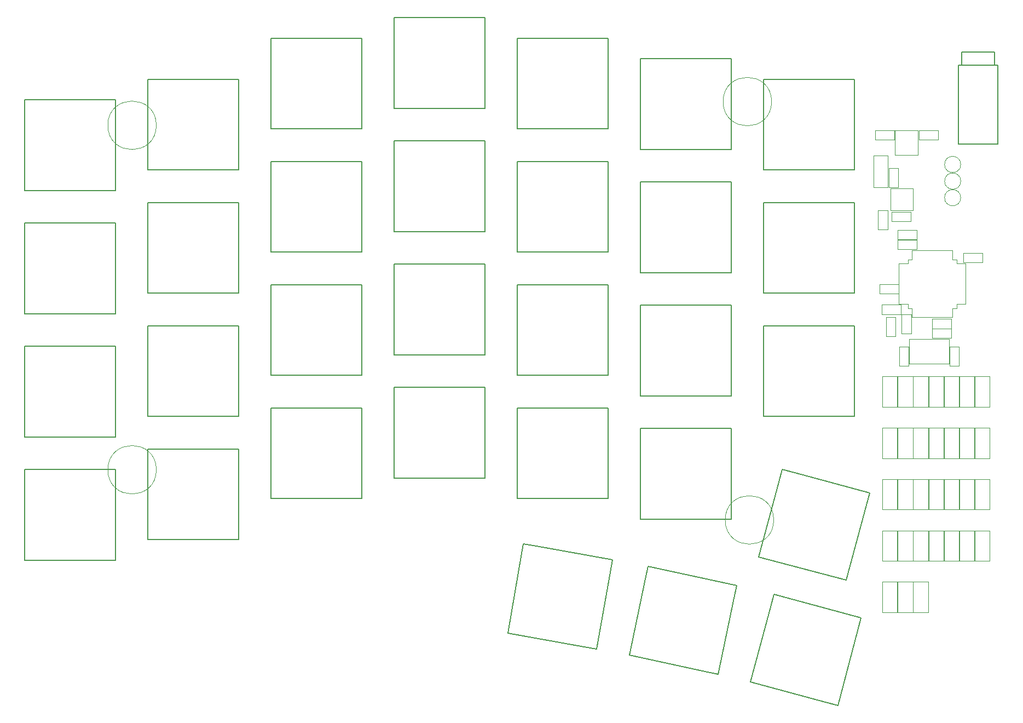
<source format=gbr>
G04 #@! TF.GenerationSoftware,KiCad,Pcbnew,(5.1.4)-1*
G04 #@! TF.CreationDate,2020-11-30T22:03:12+01:00*
G04 #@! TF.ProjectId,stm32split,73746d33-3273-4706-9c69-742e6b696361,rev?*
G04 #@! TF.SameCoordinates,Original*
G04 #@! TF.FileFunction,Other,User*
%FSLAX46Y46*%
G04 Gerber Fmt 4.6, Leading zero omitted, Abs format (unit mm)*
G04 Created by KiCad (PCBNEW (5.1.4)-1) date 2020-11-30 22:03:12*
%MOMM*%
%LPD*%
G04 APERTURE LIST*
%ADD10C,0.050000*%
%ADD11C,0.150000*%
G04 APERTURE END LIST*
D10*
X170750002Y-150000002D02*
G75*
G03X170750002Y-150000002I-3750000J0D01*
G01*
X75252024Y-142247519D02*
G75*
G03X75252024Y-142247519I-3750000J0D01*
G01*
X75250001Y-89000001D02*
G75*
G03X75250001Y-89000001I-3750000J0D01*
G01*
X170423089Y-85332471D02*
G75*
G03X170423089Y-85332471I-3750000J0D01*
G01*
X194635000Y-159575000D02*
X192335000Y-159575000D01*
X192335000Y-164275000D02*
X192335000Y-159575000D01*
X194635000Y-164275000D02*
X192335000Y-164275000D01*
X194635000Y-159575000D02*
X194635000Y-164275000D01*
X192253750Y-159575000D02*
X189953750Y-159575000D01*
X189953750Y-164275000D02*
X189953750Y-159575000D01*
X192253750Y-164275000D02*
X189953750Y-164275000D01*
X192253750Y-159575000D02*
X192253750Y-164275000D01*
X189872500Y-159575000D02*
X187572500Y-159575000D01*
X187572500Y-164275000D02*
X187572500Y-159575000D01*
X189872500Y-164275000D02*
X187572500Y-164275000D01*
X189872500Y-159575000D02*
X189872500Y-164275000D01*
X204160000Y-151637500D02*
X201860000Y-151637500D01*
X201860000Y-156337500D02*
X201860000Y-151637500D01*
X204160000Y-156337500D02*
X201860000Y-156337500D01*
X204160000Y-151637500D02*
X204160000Y-156337500D01*
X201778750Y-151637500D02*
X199478750Y-151637500D01*
X199478750Y-156337500D02*
X199478750Y-151637500D01*
X201778750Y-156337500D02*
X199478750Y-156337500D01*
X201778750Y-151637500D02*
X201778750Y-156337500D01*
X199397500Y-151637500D02*
X197097500Y-151637500D01*
X197097500Y-156337500D02*
X197097500Y-151637500D01*
X199397500Y-156337500D02*
X197097500Y-156337500D01*
X199397500Y-151637500D02*
X199397500Y-156337500D01*
X197016250Y-151637500D02*
X194716250Y-151637500D01*
X194716250Y-156337500D02*
X194716250Y-151637500D01*
X197016250Y-156337500D02*
X194716250Y-156337500D01*
X197016250Y-151637500D02*
X197016250Y-156337500D01*
X194635000Y-151637500D02*
X192335000Y-151637500D01*
X192335000Y-156337500D02*
X192335000Y-151637500D01*
X194635000Y-156337500D02*
X192335000Y-156337500D01*
X194635000Y-151637500D02*
X194635000Y-156337500D01*
X192253750Y-151637500D02*
X189953750Y-151637500D01*
X189953750Y-156337500D02*
X189953750Y-151637500D01*
X192253750Y-156337500D02*
X189953750Y-156337500D01*
X192253750Y-151637500D02*
X192253750Y-156337500D01*
X189872500Y-151637500D02*
X187572500Y-151637500D01*
X187572500Y-156337500D02*
X187572500Y-151637500D01*
X189872500Y-156337500D02*
X187572500Y-156337500D01*
X189872500Y-151637500D02*
X189872500Y-156337500D01*
X204160000Y-143700000D02*
X201860000Y-143700000D01*
X201860000Y-148400000D02*
X201860000Y-143700000D01*
X204160000Y-148400000D02*
X201860000Y-148400000D01*
X204160000Y-143700000D02*
X204160000Y-148400000D01*
X201778750Y-143700000D02*
X199478750Y-143700000D01*
X199478750Y-148400000D02*
X199478750Y-143700000D01*
X201778750Y-148400000D02*
X199478750Y-148400000D01*
X201778750Y-143700000D02*
X201778750Y-148400000D01*
X199397500Y-143700000D02*
X197097500Y-143700000D01*
X197097500Y-148400000D02*
X197097500Y-143700000D01*
X199397500Y-148400000D02*
X197097500Y-148400000D01*
X199397500Y-143700000D02*
X199397500Y-148400000D01*
X197016250Y-143700000D02*
X194716250Y-143700000D01*
X194716250Y-148400000D02*
X194716250Y-143700000D01*
X197016250Y-148400000D02*
X194716250Y-148400000D01*
X197016250Y-143700000D02*
X197016250Y-148400000D01*
X194635000Y-143700000D02*
X192335000Y-143700000D01*
X192335000Y-148400000D02*
X192335000Y-143700000D01*
X194635000Y-148400000D02*
X192335000Y-148400000D01*
X194635000Y-143700000D02*
X194635000Y-148400000D01*
X192253750Y-143700000D02*
X189953750Y-143700000D01*
X189953750Y-148400000D02*
X189953750Y-143700000D01*
X192253750Y-148400000D02*
X189953750Y-148400000D01*
X192253750Y-143700000D02*
X192253750Y-148400000D01*
X189872500Y-143700000D02*
X187572500Y-143700000D01*
X187572500Y-148400000D02*
X187572500Y-143700000D01*
X189872500Y-148400000D02*
X187572500Y-148400000D01*
X189872500Y-143700000D02*
X189872500Y-148400000D01*
X204160000Y-135762500D02*
X201860000Y-135762500D01*
X201860000Y-140462500D02*
X201860000Y-135762500D01*
X204160000Y-140462500D02*
X201860000Y-140462500D01*
X204160000Y-135762500D02*
X204160000Y-140462500D01*
X201778750Y-135762500D02*
X199478750Y-135762500D01*
X199478750Y-140462500D02*
X199478750Y-135762500D01*
X201778750Y-140462500D02*
X199478750Y-140462500D01*
X201778750Y-135762500D02*
X201778750Y-140462500D01*
X199397500Y-135762500D02*
X197097500Y-135762500D01*
X197097500Y-140462500D02*
X197097500Y-135762500D01*
X199397500Y-140462500D02*
X197097500Y-140462500D01*
X199397500Y-135762500D02*
X199397500Y-140462500D01*
X197016250Y-135762500D02*
X194716250Y-135762500D01*
X194716250Y-140462500D02*
X194716250Y-135762500D01*
X197016250Y-140462500D02*
X194716250Y-140462500D01*
X197016250Y-135762500D02*
X197016250Y-140462500D01*
X194635000Y-135762500D02*
X192335000Y-135762500D01*
X192335000Y-140462500D02*
X192335000Y-135762500D01*
X194635000Y-140462500D02*
X192335000Y-140462500D01*
X194635000Y-135762500D02*
X194635000Y-140462500D01*
X192253750Y-135762500D02*
X189953750Y-135762500D01*
X189953750Y-140462500D02*
X189953750Y-135762500D01*
X192253750Y-140462500D02*
X189953750Y-140462500D01*
X192253750Y-135762500D02*
X192253750Y-140462500D01*
X189872500Y-135762500D02*
X187572500Y-135762500D01*
X187572500Y-140462500D02*
X187572500Y-135762500D01*
X189872500Y-140462500D02*
X187572500Y-140462500D01*
X189872500Y-135762500D02*
X189872500Y-140462500D01*
X204160000Y-127825000D02*
X201860000Y-127825000D01*
X201860000Y-132525000D02*
X201860000Y-127825000D01*
X204160000Y-132525000D02*
X201860000Y-132525000D01*
X204160000Y-127825000D02*
X204160000Y-132525000D01*
X201778750Y-127825000D02*
X199478750Y-127825000D01*
X199478750Y-132525000D02*
X199478750Y-127825000D01*
X201778750Y-132525000D02*
X199478750Y-132525000D01*
X201778750Y-127825000D02*
X201778750Y-132525000D01*
X199397500Y-127825000D02*
X197097500Y-127825000D01*
X197097500Y-132525000D02*
X197097500Y-127825000D01*
X199397500Y-132525000D02*
X197097500Y-132525000D01*
X199397500Y-127825000D02*
X199397500Y-132525000D01*
X197016250Y-127825000D02*
X194716250Y-127825000D01*
X194716250Y-132525000D02*
X194716250Y-127825000D01*
X197016250Y-132525000D02*
X194716250Y-132525000D01*
X197016250Y-127825000D02*
X197016250Y-132525000D01*
X194635000Y-127825000D02*
X192335000Y-127825000D01*
X192335000Y-132525000D02*
X192335000Y-127825000D01*
X194635000Y-132525000D02*
X192335000Y-132525000D01*
X194635000Y-127825000D02*
X194635000Y-132525000D01*
X192253750Y-127825000D02*
X189953750Y-127825000D01*
X189953750Y-132525000D02*
X189953750Y-127825000D01*
X192253750Y-132525000D02*
X189953750Y-132525000D01*
X192253750Y-127825000D02*
X192253750Y-132525000D01*
X189872500Y-127825000D02*
X187572500Y-127825000D01*
X187572500Y-132525000D02*
X187572500Y-127825000D01*
X189872500Y-132525000D02*
X187572500Y-132525000D01*
X189872500Y-127825000D02*
X189872500Y-132525000D01*
X192862500Y-106670000D02*
X189902500Y-106670000D01*
X192862500Y-105210000D02*
X192862500Y-106670000D01*
X189902500Y-105210000D02*
X192862500Y-105210000D01*
X189902500Y-106670000D02*
X189902500Y-105210000D01*
X189402500Y-91240000D02*
X186442500Y-91240000D01*
X189402500Y-89780000D02*
X189402500Y-91240000D01*
X186442500Y-89780000D02*
X189402500Y-89780000D01*
X186442500Y-91240000D02*
X186442500Y-89780000D01*
X193200000Y-89780000D02*
X196160000Y-89780000D01*
X193200000Y-91240000D02*
X193200000Y-89780000D01*
X196160000Y-91240000D02*
X193200000Y-91240000D01*
X196160000Y-89780000D02*
X196160000Y-91240000D01*
X187092500Y-113530000D02*
X190052500Y-113530000D01*
X187092500Y-114990000D02*
X187092500Y-113530000D01*
X190052500Y-114990000D02*
X187092500Y-114990000D01*
X190052500Y-113530000D02*
X190052500Y-114990000D01*
X199680000Y-100190000D02*
G75*
G03X199680000Y-100190000I-1250000J0D01*
G01*
X199687500Y-97631250D02*
G75*
G03X199687500Y-97631250I-1250000J0D01*
G01*
X199680000Y-95050000D02*
G75*
G03X199680000Y-95050000I-1250000J0D01*
G01*
D11*
X199866250Y-77648000D02*
X199866250Y-79680000D01*
X204946250Y-77648000D02*
X199866250Y-77648000D01*
X204946250Y-79680000D02*
X204946250Y-77648000D01*
X199358250Y-79680000D02*
X205454250Y-79680000D01*
X199358250Y-91872000D02*
X199358250Y-79680000D01*
X205454250Y-91872000D02*
X199358250Y-91872000D01*
X205454250Y-79680000D02*
X205454250Y-91872000D01*
D10*
X191700000Y-125820000D02*
X197900000Y-125820000D01*
X191700000Y-122020000D02*
X191700000Y-125820000D01*
X197900000Y-122020000D02*
X191700000Y-122020000D01*
X197900000Y-125820000D02*
X197900000Y-122020000D01*
X186910000Y-105117500D02*
X186910000Y-102157500D01*
X188370000Y-105117500D02*
X186910000Y-105117500D01*
X188370000Y-102157500D02*
X188370000Y-105117500D01*
X186910000Y-102157500D02*
X188370000Y-102157500D01*
X198207500Y-121910000D02*
X195247500Y-121910000D01*
X198207500Y-120450000D02*
X198207500Y-121910000D01*
X195247500Y-120450000D02*
X198207500Y-120450000D01*
X195247500Y-121910000D02*
X195247500Y-120450000D01*
X198207500Y-120400000D02*
X195247500Y-120400000D01*
X198207500Y-118940000D02*
X198207500Y-120400000D01*
X195247500Y-118940000D02*
X198207500Y-118940000D01*
X195247500Y-120400000D02*
X195247500Y-118940000D01*
X190462500Y-118200000D02*
X187502500Y-118200000D01*
X190462500Y-116740000D02*
X190462500Y-118200000D01*
X187502500Y-116740000D02*
X190462500Y-116740000D01*
X187502500Y-118200000D02*
X187502500Y-116740000D01*
X189900000Y-106730000D02*
X192860000Y-106730000D01*
X189900000Y-108190000D02*
X189900000Y-106730000D01*
X192860000Y-108190000D02*
X189900000Y-108190000D01*
X192860000Y-106730000D02*
X192860000Y-108190000D01*
X200107500Y-108740000D02*
X203067500Y-108740000D01*
X200107500Y-110200000D02*
X200107500Y-108740000D01*
X203067500Y-110200000D02*
X200107500Y-110200000D01*
X203067500Y-108740000D02*
X203067500Y-110200000D01*
X192000000Y-118237500D02*
X192000000Y-121197500D01*
X190540000Y-118237500D02*
X192000000Y-118237500D01*
X190540000Y-121197500D02*
X190540000Y-118237500D01*
X192000000Y-121197500D02*
X190540000Y-121197500D01*
X188400000Y-93687500D02*
X188400000Y-98587500D01*
X186160000Y-93687500D02*
X188400000Y-93687500D01*
X186160000Y-98587500D02*
X186160000Y-93687500D01*
X188400000Y-98587500D02*
X186160000Y-98587500D01*
X189012500Y-102410000D02*
X191972500Y-102410000D01*
X189012500Y-103870000D02*
X189012500Y-102410000D01*
X191972500Y-103870000D02*
X189012500Y-103870000D01*
X191972500Y-102410000D02*
X191972500Y-103870000D01*
X190010000Y-95637500D02*
X190010000Y-98597500D01*
X188550000Y-95637500D02*
X190010000Y-95637500D01*
X188550000Y-98597500D02*
X188550000Y-95637500D01*
X190010000Y-98597500D02*
X188550000Y-98597500D01*
X197980000Y-126187500D02*
X197980000Y-123227500D01*
X199440000Y-126187500D02*
X197980000Y-126187500D01*
X199440000Y-123227500D02*
X199440000Y-126187500D01*
X197980000Y-123227500D02*
X199440000Y-123227500D01*
X190150000Y-126187500D02*
X190150000Y-123227500D01*
X191610000Y-126187500D02*
X190150000Y-126187500D01*
X191610000Y-123227500D02*
X191610000Y-126187500D01*
X190150000Y-123227500D02*
X191610000Y-123227500D01*
X189600000Y-118642500D02*
X189600000Y-121602500D01*
X188140000Y-118642500D02*
X189600000Y-118642500D01*
X188140000Y-121602500D02*
X188140000Y-118642500D01*
X189600000Y-121602500D02*
X188140000Y-121602500D01*
D11*
X172692104Y-162024424D02*
X184283214Y-165130253D01*
X184283214Y-165130253D02*
X183765576Y-167062104D01*
X178727896Y-178135576D02*
X180659747Y-178653214D01*
X180659747Y-178653214D02*
X183765576Y-167062104D01*
X170242614Y-163438638D02*
X167136786Y-175029747D01*
X167136786Y-175029747D02*
X178727896Y-178135576D01*
X172692104Y-162024424D02*
X170760253Y-161506786D01*
X170760253Y-161506786D02*
X170242614Y-163438638D01*
X153284644Y-157623408D02*
X165022415Y-160118349D01*
X165022415Y-160118349D02*
X164606592Y-162074644D01*
X160155356Y-173396592D02*
X162111651Y-173812415D01*
X162111651Y-173812415D02*
X164606592Y-162074644D01*
X150912525Y-159163880D02*
X148417585Y-170901651D01*
X148417585Y-170901651D02*
X160155356Y-173396592D01*
X153284644Y-157623408D02*
X151328349Y-157207585D01*
X151328349Y-157207585D02*
X150912525Y-159163880D01*
X134011498Y-154058105D02*
X145829192Y-156141883D01*
X145829192Y-156141883D02*
X145481895Y-158111498D01*
X141428502Y-169581895D02*
X143398117Y-169929192D01*
X143398117Y-169929192D02*
X145481895Y-158111498D01*
X131694587Y-155680424D02*
X129610808Y-167498117D01*
X129610808Y-167498117D02*
X141428502Y-169581895D01*
X134011498Y-154058105D02*
X132041883Y-153710808D01*
X132041883Y-153710808D02*
X131694587Y-155680424D01*
X173992104Y-142694424D02*
X185583214Y-145800253D01*
X185583214Y-145800253D02*
X185065576Y-147732104D01*
X180027896Y-158805576D02*
X181959747Y-159323214D01*
X181959747Y-159323214D02*
X185065576Y-147732104D01*
X171542614Y-144108638D02*
X168436786Y-155699747D01*
X168436786Y-155699747D02*
X180027896Y-158805576D01*
X173992104Y-142694424D02*
X172060253Y-142176786D01*
X172060253Y-142176786D02*
X171542614Y-144108638D01*
X152162500Y-135875000D02*
X164162500Y-135875000D01*
X164162500Y-135875000D02*
X164162500Y-137875000D01*
X162162500Y-149875000D02*
X164162500Y-149875000D01*
X164162500Y-149875000D02*
X164162500Y-137875000D01*
X150162500Y-137875000D02*
X150162500Y-149875000D01*
X150162500Y-149875000D02*
X162162500Y-149875000D01*
X152162500Y-135875000D02*
X150162500Y-135875000D01*
X150162500Y-135875000D02*
X150162500Y-137875000D01*
X133112500Y-132700000D02*
X145112500Y-132700000D01*
X145112500Y-132700000D02*
X145112500Y-134700000D01*
X143112500Y-146700000D02*
X145112500Y-146700000D01*
X145112500Y-146700000D02*
X145112500Y-134700000D01*
X131112500Y-134700000D02*
X131112500Y-146700000D01*
X131112500Y-146700000D02*
X143112500Y-146700000D01*
X133112500Y-132700000D02*
X131112500Y-132700000D01*
X131112500Y-132700000D02*
X131112500Y-134700000D01*
X114062500Y-129525000D02*
X126062500Y-129525000D01*
X126062500Y-129525000D02*
X126062500Y-131525000D01*
X124062500Y-143525000D02*
X126062500Y-143525000D01*
X126062500Y-143525000D02*
X126062500Y-131525000D01*
X112062500Y-131525000D02*
X112062500Y-143525000D01*
X112062500Y-143525000D02*
X124062500Y-143525000D01*
X114062500Y-129525000D02*
X112062500Y-129525000D01*
X112062500Y-129525000D02*
X112062500Y-131525000D01*
X95012500Y-132700000D02*
X107012500Y-132700000D01*
X107012500Y-132700000D02*
X107012500Y-134700000D01*
X105012500Y-146700000D02*
X107012500Y-146700000D01*
X107012500Y-146700000D02*
X107012500Y-134700000D01*
X93012500Y-134700000D02*
X93012500Y-146700000D01*
X93012500Y-146700000D02*
X105012500Y-146700000D01*
X95012500Y-132700000D02*
X93012500Y-132700000D01*
X93012500Y-132700000D02*
X93012500Y-134700000D01*
X75962500Y-139050000D02*
X87962500Y-139050000D01*
X87962500Y-139050000D02*
X87962500Y-141050000D01*
X85962500Y-153050000D02*
X87962500Y-153050000D01*
X87962500Y-153050000D02*
X87962500Y-141050000D01*
X73962500Y-141050000D02*
X73962500Y-153050000D01*
X73962500Y-153050000D02*
X85962500Y-153050000D01*
X75962500Y-139050000D02*
X73962500Y-139050000D01*
X73962500Y-139050000D02*
X73962500Y-141050000D01*
X56912500Y-142225000D02*
X68912500Y-142225000D01*
X68912500Y-142225000D02*
X68912500Y-144225000D01*
X66912500Y-156225000D02*
X68912500Y-156225000D01*
X68912500Y-156225000D02*
X68912500Y-144225000D01*
X54912500Y-144225000D02*
X54912500Y-156225000D01*
X54912500Y-156225000D02*
X66912500Y-156225000D01*
X56912500Y-142225000D02*
X54912500Y-142225000D01*
X54912500Y-142225000D02*
X54912500Y-144225000D01*
X171212500Y-120000000D02*
X183212500Y-120000000D01*
X183212500Y-120000000D02*
X183212500Y-122000000D01*
X181212500Y-134000000D02*
X183212500Y-134000000D01*
X183212500Y-134000000D02*
X183212500Y-122000000D01*
X169212500Y-122000000D02*
X169212500Y-134000000D01*
X169212500Y-134000000D02*
X181212500Y-134000000D01*
X171212500Y-120000000D02*
X169212500Y-120000000D01*
X169212500Y-120000000D02*
X169212500Y-122000000D01*
X152162500Y-116825000D02*
X164162500Y-116825000D01*
X164162500Y-116825000D02*
X164162500Y-118825000D01*
X162162500Y-130825000D02*
X164162500Y-130825000D01*
X164162500Y-130825000D02*
X164162500Y-118825000D01*
X150162500Y-118825000D02*
X150162500Y-130825000D01*
X150162500Y-130825000D02*
X162162500Y-130825000D01*
X152162500Y-116825000D02*
X150162500Y-116825000D01*
X150162500Y-116825000D02*
X150162500Y-118825000D01*
X133112500Y-113650000D02*
X145112500Y-113650000D01*
X145112500Y-113650000D02*
X145112500Y-115650000D01*
X143112500Y-127650000D02*
X145112500Y-127650000D01*
X145112500Y-127650000D02*
X145112500Y-115650000D01*
X131112500Y-115650000D02*
X131112500Y-127650000D01*
X131112500Y-127650000D02*
X143112500Y-127650000D01*
X133112500Y-113650000D02*
X131112500Y-113650000D01*
X131112500Y-113650000D02*
X131112500Y-115650000D01*
X114062500Y-110475000D02*
X126062500Y-110475000D01*
X126062500Y-110475000D02*
X126062500Y-112475000D01*
X124062500Y-124475000D02*
X126062500Y-124475000D01*
X126062500Y-124475000D02*
X126062500Y-112475000D01*
X112062500Y-112475000D02*
X112062500Y-124475000D01*
X112062500Y-124475000D02*
X124062500Y-124475000D01*
X114062500Y-110475000D02*
X112062500Y-110475000D01*
X112062500Y-110475000D02*
X112062500Y-112475000D01*
X95012500Y-113650000D02*
X107012500Y-113650000D01*
X107012500Y-113650000D02*
X107012500Y-115650000D01*
X105012500Y-127650000D02*
X107012500Y-127650000D01*
X107012500Y-127650000D02*
X107012500Y-115650000D01*
X93012500Y-115650000D02*
X93012500Y-127650000D01*
X93012500Y-127650000D02*
X105012500Y-127650000D01*
X95012500Y-113650000D02*
X93012500Y-113650000D01*
X93012500Y-113650000D02*
X93012500Y-115650000D01*
X75962500Y-120000000D02*
X87962500Y-120000000D01*
X87962500Y-120000000D02*
X87962500Y-122000000D01*
X85962500Y-134000000D02*
X87962500Y-134000000D01*
X87962500Y-134000000D02*
X87962500Y-122000000D01*
X73962500Y-122000000D02*
X73962500Y-134000000D01*
X73962500Y-134000000D02*
X85962500Y-134000000D01*
X75962500Y-120000000D02*
X73962500Y-120000000D01*
X73962500Y-120000000D02*
X73962500Y-122000000D01*
X56912500Y-123175000D02*
X68912500Y-123175000D01*
X68912500Y-123175000D02*
X68912500Y-125175000D01*
X66912500Y-137175000D02*
X68912500Y-137175000D01*
X68912500Y-137175000D02*
X68912500Y-125175000D01*
X54912500Y-125175000D02*
X54912500Y-137175000D01*
X54912500Y-137175000D02*
X66912500Y-137175000D01*
X56912500Y-123175000D02*
X54912500Y-123175000D01*
X54912500Y-123175000D02*
X54912500Y-125175000D01*
X171212500Y-100950000D02*
X183212500Y-100950000D01*
X183212500Y-100950000D02*
X183212500Y-102950000D01*
X181212500Y-114950000D02*
X183212500Y-114950000D01*
X183212500Y-114950000D02*
X183212500Y-102950000D01*
X169212500Y-102950000D02*
X169212500Y-114950000D01*
X169212500Y-114950000D02*
X181212500Y-114950000D01*
X171212500Y-100950000D02*
X169212500Y-100950000D01*
X169212500Y-100950000D02*
X169212500Y-102950000D01*
X152162500Y-97775000D02*
X164162500Y-97775000D01*
X164162500Y-97775000D02*
X164162500Y-99775000D01*
X162162500Y-111775000D02*
X164162500Y-111775000D01*
X164162500Y-111775000D02*
X164162500Y-99775000D01*
X150162500Y-99775000D02*
X150162500Y-111775000D01*
X150162500Y-111775000D02*
X162162500Y-111775000D01*
X152162500Y-97775000D02*
X150162500Y-97775000D01*
X150162500Y-97775000D02*
X150162500Y-99775000D01*
X133112500Y-94600000D02*
X145112500Y-94600000D01*
X145112500Y-94600000D02*
X145112500Y-96600000D01*
X143112500Y-108600000D02*
X145112500Y-108600000D01*
X145112500Y-108600000D02*
X145112500Y-96600000D01*
X131112500Y-96600000D02*
X131112500Y-108600000D01*
X131112500Y-108600000D02*
X143112500Y-108600000D01*
X133112500Y-94600000D02*
X131112500Y-94600000D01*
X131112500Y-94600000D02*
X131112500Y-96600000D01*
X114062500Y-91425000D02*
X126062500Y-91425000D01*
X126062500Y-91425000D02*
X126062500Y-93425000D01*
X124062500Y-105425000D02*
X126062500Y-105425000D01*
X126062500Y-105425000D02*
X126062500Y-93425000D01*
X112062500Y-93425000D02*
X112062500Y-105425000D01*
X112062500Y-105425000D02*
X124062500Y-105425000D01*
X114062500Y-91425000D02*
X112062500Y-91425000D01*
X112062500Y-91425000D02*
X112062500Y-93425000D01*
X95012500Y-94600000D02*
X107012500Y-94600000D01*
X107012500Y-94600000D02*
X107012500Y-96600000D01*
X105012500Y-108600000D02*
X107012500Y-108600000D01*
X107012500Y-108600000D02*
X107012500Y-96600000D01*
X93012500Y-96600000D02*
X93012500Y-108600000D01*
X93012500Y-108600000D02*
X105012500Y-108600000D01*
X95012500Y-94600000D02*
X93012500Y-94600000D01*
X93012500Y-94600000D02*
X93012500Y-96600000D01*
X75962500Y-100950000D02*
X87962500Y-100950000D01*
X87962500Y-100950000D02*
X87962500Y-102950000D01*
X85962500Y-114950000D02*
X87962500Y-114950000D01*
X87962500Y-114950000D02*
X87962500Y-102950000D01*
X73962500Y-102950000D02*
X73962500Y-114950000D01*
X73962500Y-114950000D02*
X85962500Y-114950000D01*
X75962500Y-100950000D02*
X73962500Y-100950000D01*
X73962500Y-100950000D02*
X73962500Y-102950000D01*
X56912500Y-104125000D02*
X68912500Y-104125000D01*
X68912500Y-104125000D02*
X68912500Y-106125000D01*
X66912500Y-118125000D02*
X68912500Y-118125000D01*
X68912500Y-118125000D02*
X68912500Y-106125000D01*
X54912500Y-106125000D02*
X54912500Y-118125000D01*
X54912500Y-118125000D02*
X66912500Y-118125000D01*
X56912500Y-104125000D02*
X54912500Y-104125000D01*
X54912500Y-104125000D02*
X54912500Y-106125000D01*
X171212500Y-81900000D02*
X183212500Y-81900000D01*
X183212500Y-81900000D02*
X183212500Y-83900000D01*
X181212500Y-95900000D02*
X183212500Y-95900000D01*
X183212500Y-95900000D02*
X183212500Y-83900000D01*
X169212500Y-83900000D02*
X169212500Y-95900000D01*
X169212500Y-95900000D02*
X181212500Y-95900000D01*
X171212500Y-81900000D02*
X169212500Y-81900000D01*
X169212500Y-81900000D02*
X169212500Y-83900000D01*
X152162500Y-78725000D02*
X164162500Y-78725000D01*
X164162500Y-78725000D02*
X164162500Y-80725000D01*
X162162500Y-92725000D02*
X164162500Y-92725000D01*
X164162500Y-92725000D02*
X164162500Y-80725000D01*
X150162500Y-80725000D02*
X150162500Y-92725000D01*
X150162500Y-92725000D02*
X162162500Y-92725000D01*
X152162500Y-78725000D02*
X150162500Y-78725000D01*
X150162500Y-78725000D02*
X150162500Y-80725000D01*
X133112500Y-75550000D02*
X145112500Y-75550000D01*
X145112500Y-75550000D02*
X145112500Y-77550000D01*
X143112500Y-89550000D02*
X145112500Y-89550000D01*
X145112500Y-89550000D02*
X145112500Y-77550000D01*
X131112500Y-77550000D02*
X131112500Y-89550000D01*
X131112500Y-89550000D02*
X143112500Y-89550000D01*
X133112500Y-75550000D02*
X131112500Y-75550000D01*
X131112500Y-75550000D02*
X131112500Y-77550000D01*
X114062500Y-72375000D02*
X126062500Y-72375000D01*
X126062500Y-72375000D02*
X126062500Y-74375000D01*
X124062500Y-86375000D02*
X126062500Y-86375000D01*
X126062500Y-86375000D02*
X126062500Y-74375000D01*
X112062500Y-74375000D02*
X112062500Y-86375000D01*
X112062500Y-86375000D02*
X124062500Y-86375000D01*
X114062500Y-72375000D02*
X112062500Y-72375000D01*
X112062500Y-72375000D02*
X112062500Y-74375000D01*
X95012500Y-75550000D02*
X107012500Y-75550000D01*
X107012500Y-75550000D02*
X107012500Y-77550000D01*
X105012500Y-89550000D02*
X107012500Y-89550000D01*
X107012500Y-89550000D02*
X107012500Y-77550000D01*
X93012500Y-77550000D02*
X93012500Y-89550000D01*
X93012500Y-89550000D02*
X105012500Y-89550000D01*
X95012500Y-75550000D02*
X93012500Y-75550000D01*
X93012500Y-75550000D02*
X93012500Y-77550000D01*
X75962500Y-81900000D02*
X87962500Y-81900000D01*
X87962500Y-81900000D02*
X87962500Y-83900000D01*
X85962500Y-95900000D02*
X87962500Y-95900000D01*
X87962500Y-95900000D02*
X87962500Y-83900000D01*
X73962500Y-83900000D02*
X73962500Y-95900000D01*
X73962500Y-95900000D02*
X85962500Y-95900000D01*
X75962500Y-81900000D02*
X73962500Y-81900000D01*
X73962500Y-81900000D02*
X73962500Y-83900000D01*
X56912500Y-85075000D02*
X68912500Y-85075000D01*
X68912500Y-85075000D02*
X68912500Y-87075000D01*
X66912500Y-99075000D02*
X68912500Y-99075000D01*
X68912500Y-99075000D02*
X68912500Y-87075000D01*
X54912500Y-87075000D02*
X54912500Y-99075000D01*
X54912500Y-99075000D02*
X66912500Y-99075000D01*
X56912500Y-85075000D02*
X54912500Y-85075000D01*
X54912500Y-85075000D02*
X54912500Y-87075000D01*
D10*
X192290000Y-102120000D02*
X188790000Y-102120000D01*
X192290000Y-98720000D02*
X192290000Y-102120000D01*
X188790000Y-98720000D02*
X192290000Y-98720000D01*
X188790000Y-102120000D02*
X188790000Y-98720000D01*
X198428750Y-108356250D02*
X195278750Y-108356250D01*
X198428750Y-109756250D02*
X198428750Y-108356250D01*
X199028750Y-109756250D02*
X198428750Y-109756250D01*
X199028750Y-110356250D02*
X199028750Y-109756250D01*
X200428750Y-110356250D02*
X199028750Y-110356250D01*
X200428750Y-113506250D02*
X200428750Y-110356250D01*
X198428750Y-118656250D02*
X195278750Y-118656250D01*
X198428750Y-117256250D02*
X198428750Y-118656250D01*
X199028750Y-117256250D02*
X198428750Y-117256250D01*
X199028750Y-116656250D02*
X199028750Y-117256250D01*
X200428750Y-116656250D02*
X199028750Y-116656250D01*
X200428750Y-113506250D02*
X200428750Y-116656250D01*
X192128750Y-108356250D02*
X195278750Y-108356250D01*
X192128750Y-109756250D02*
X192128750Y-108356250D01*
X191528750Y-109756250D02*
X192128750Y-109756250D01*
X191528750Y-110356250D02*
X191528750Y-109756250D01*
X190128750Y-110356250D02*
X191528750Y-110356250D01*
X190128750Y-113506250D02*
X190128750Y-110356250D01*
X192128750Y-118656250D02*
X195278750Y-118656250D01*
X192128750Y-117256250D02*
X192128750Y-118656250D01*
X191528750Y-117256250D02*
X192128750Y-117256250D01*
X191528750Y-116656250D02*
X191528750Y-117256250D01*
X190128750Y-116656250D02*
X191528750Y-116656250D01*
X190128750Y-113506250D02*
X190128750Y-116656250D01*
X189490000Y-93580000D02*
X193090000Y-93580000D01*
X193090000Y-93580000D02*
X193090000Y-89780000D01*
X193090000Y-89780000D02*
X189490000Y-89780000D01*
X189490000Y-89780000D02*
X189490000Y-93580000D01*
M02*

</source>
